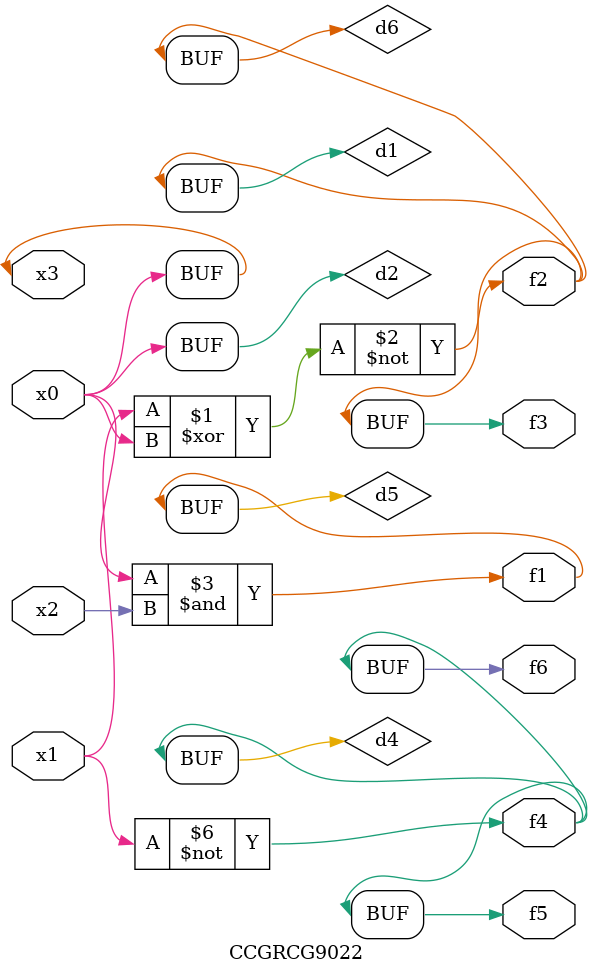
<source format=v>
module CCGRCG9022(
	input x0, x1, x2, x3,
	output f1, f2, f3, f4, f5, f6
);

	wire d1, d2, d3, d4, d5, d6;

	xnor (d1, x1, x3);
	buf (d2, x0, x3);
	nand (d3, x0, x2);
	not (d4, x1);
	nand (d5, d3);
	or (d6, d1);
	assign f1 = d5;
	assign f2 = d6;
	assign f3 = d6;
	assign f4 = d4;
	assign f5 = d4;
	assign f6 = d4;
endmodule

</source>
